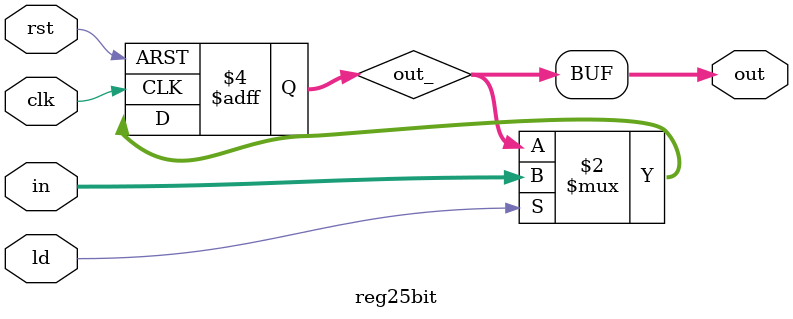
<source format=v>
module reg25bit(
    in,
    out,
    clk,
    rst,
    ld
);
    input [24 : 0] in;
    output [24 : 0] out;
    reg [24 : 0] out_;
    input clk, rst;
    input ld;

    always @(posedge clk, posedge rst) begin
        if (rst)
            out_ <= 25'd0;
        else
            if (ld)
                out_ <= in;
    end
    assign out = out_;

endmodule
</source>
